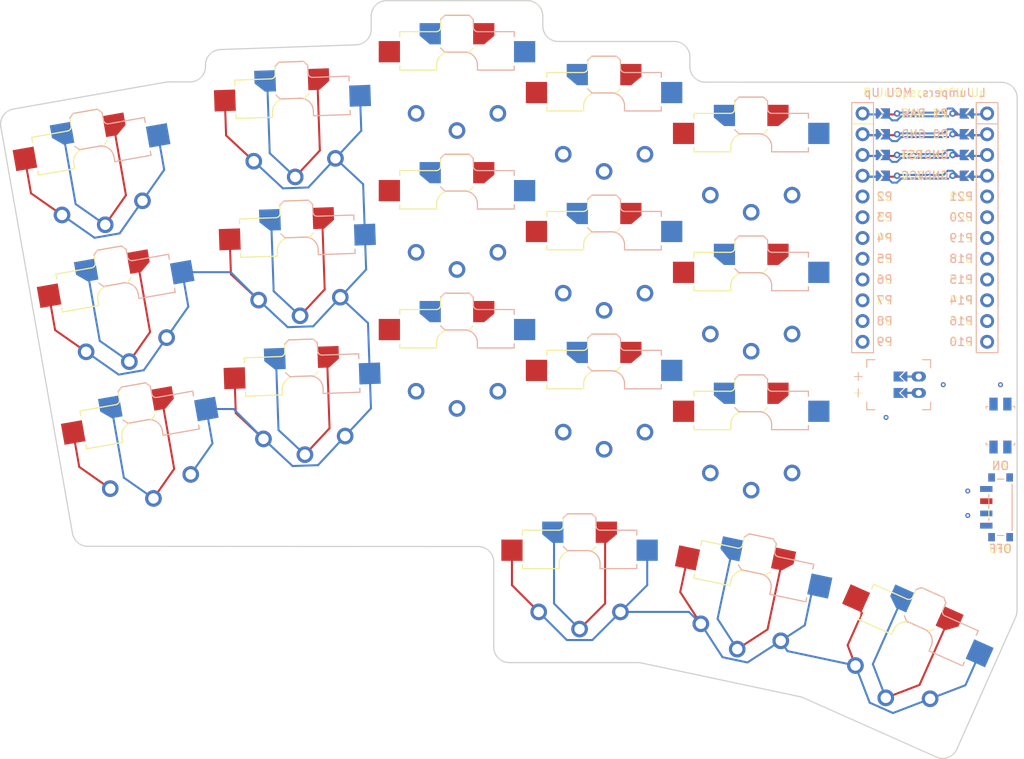
<source format=kicad_pcb>
(kicad_pcb (version 20240108) (generator "pcbnew") (generator_version "8.0")
  (title_block (title "splayer_pcb") (date "2024-05-04") (rev "v1.0.0") (company "Unknown"))
  (layers (0 "F.Cu" signal) (31 "B.Cu" signal) (34 "B.Paste" user) (35 "F.Paste" user) (36 "B.SilkS" user "B.Silkscreen") (37 "F.SilkS" user "F.Silkscreen") (38 "B.Mask" user) (39 "F.Mask" user) (44 "Edge.Cuts" user))
  (net 0 "")
  (net 1 "P16")
  (net 2 "GND")
  (net 3 "P15")
  (net 4 "P21")
  (net 5 "P14")
  (net 6 "P18")
  (net 7 "P0")
  (net 8 "P19")
  (net 9 "P20")
  (net 10 "P1")
  (net 11 "P6")
  (net 12 "P4")
  (net 13 "P2")
  (net 14 "P7")
  (net 15 "P5")
  (net 16 "P3")
  (net 17 "P9")
  (net 18 "P8")
  (net 19 "P10")
  (net 20 "RAW")
  (net 21 "RST")
  (net 22 "VCC")
  (net 23 "MCU1_24")
  (net 24 "MCU1_1")
  (net 25 "MCU1_23")
  (net 26 "MCU1_2")
  (net 27 "MCU1_22")
  (net 28 "MCU1_3")
  (net 29 "MCU1_21")
  (net 30 "MCU1_4")
  (net 31 "BAT_P")
  (net 32 "JST1_1")
  (net 33 "JST1_2")
  (footprint "ceoloide:mounting_hole_npth" (layer "F.Cu") (at 249.945273 159.363839 -12)
    (property "Reference" "MH7" (hide yes))
    (property "Value" "")
  )
  (footprint "VIA-0.6mm" (layer "F.Cu") (at 271.177069 128.871256)
    (property "Reference" "REF**" (hide yes))
    (property "Value" "VIA-0.6mm" (hide yes))
  )
  (footprint "VIA-0.6mm" (layer "F.Cu") (at 257.177068 132.871258)
    (property "Reference" "REF**" (hide yes))
    (property "Value" "VIA-0.6mm" (hide yes))
  )
  (footprint "VIA-0.6mm" (layer "F.Cu") (at 264.177065 128.87126)
    (property "Reference" "REF**" (hide yes))
    (property "Value" "VIA-0.6mm" (hide yes))
  )
  (footprint "ceoloide:mounting_hole_npth" (layer "F.Cu") (at 270.009549 151.566885 -24)
    (property "Reference" "MH1" (hide yes))
    (property "Value" "")
  )
  (footprint "VIA-0.6mm" (layer "F.Cu") (at 267.177069 144.871261)
    (property "Reference" "REF**" (hide yes))
    (property "Value" "VIA-0.6mm" (hide yes))
  )
  (footprint "ceoloide:mounting_hole_npth" (layer "F.Cu") (at 172.575657 101.380593 10)
    (property "Reference" "MH3" (hide yes))
    (property "Value" "")
  )
  (footprint "ceoloide:mounting_hole_npth" (layer "F.Cu") (at 174.847916 119.968409 10)
    (property "Reference" "MH5" (hide yes))
    (property "Value" "")
  )
  (footprint "ceoloide:mcu_nice_nano" (layer "F.Cu") (at 261.927 108.38)
    (property "Reference" "MCU1" (hide yes))
    (property "Value" "")
  )
  (footprint "ceoloide:mounting_hole_npth" (layer "F.Cu") (at 231.677068 105.37126)
    (property "Reference" "MH4" (hide yes))
    (property "Value" "")
  )
  (footprint "ceoloide:reset_button_smd_side" (layer "F.Cu") (at 271.177069 133.871257 -90)
    (property "Reference" "RST1" (hide yes))
    (property "Value" "")
  )
  (footprint "ceoloide:power_switch_smd_side" (layer "F.Cu") (at 271.177068 143.871257)
    (property "Reference" "PWR1" (hide yes))
    (property "Value" "")
  )
  (footprint "ceoloide:battery_connector_jst_ph_2" (layer "F.Cu") (at 261.177066 128.871254 -90)
    (property "Reference" "JST1" (hide yes))
    (property "Value" "")
  )
  (footprint "ceoloide:mounting_hole_npth" (layer "F.Cu") (at 204.677071 144.571258)
    (property "Reference" "MH6" (hide yes))
    (property "Value" "")
  )
  (footprint "ceoloide:mounting_hole_npth" (layer "F.Cu") (at 253.565733 144.245623 -24)
    (property "Reference" "MH2" (hide yes))
    (property "Value" "")
  )
  (footprint "VIA-0.6mm" (layer "F.Cu") (at 267.177067 141.871257)
    (property "Reference" "REF**" (hide yes))
    (property "Value" "VIA-0.6mm" (hide yes))
  )
  (footprint "ceoloide:switch_choc_v1_v2" (layer "B.Cu") (at 166.51428 136.973879 10)
    (property "Reference" "S1" (hide yes))
    (property "Value" "")
  )
  (footprint "ceoloide:switch_choc_v1_v2" (layer "B.Cu") (at 240.677068 101.871258)
    (property "Reference" "S15" (hide yes))
    (property "Value" "")
  )
  (footprint "ceoloide:switch_choc_v1_v2" (layer "B.Cu") (at 160.610243 103.490418 10)
    (property "Reference" "S3" (hide yes))
    (property "Value" "")
  )
  (footprint "ceoloide:switch_choc_v1_v2" (layer "B.Cu") (at 240.677065 135.871258)
    (property "Reference" "S13" (hide yes))
    (property "Value" "")
  )
  (footprint "ceoloide:switch_choc_v1_v2" (layer "B.Cu") (at 204.677069 108.871257)
    (property "Reference" "S8" (hide yes))
    (property "Value" "")
  )
  (footprint "ceoloide:switch_choc_v1_v2" (layer "B.Cu") (at 240.195688 155.451287 -12)
    (property "Reference" "S17" (hide yes))
    (property "Value" "")
  )
  (footprint "ceoloide:switch_choc_v1_v2" (layer "B.Cu") (at 185.269848 114.541658 2)
    (property "Reference" "S5" (hide yes))
    (property "Value" "")
  )
  (footprint "ceoloide:switch_choc_v1_v2" (layer "B.Cu") (at 204.677067 91.871259)
    (property "Reference" "S9" (hide yes))
    (property "Value" "")
  )
  (footprint "ceoloide:switch_choc_v1_v2" (layer "B.Cu") (at 240.67707 118.871259)
    (property "Reference" "S14" (hide yes))
    (property "Value" "")
  )
  (footprint "ceoloide:switch_choc_v1_v2" (layer "B.Cu") (at 204.677068 125.871256)
    (property "Reference" "S7" (hide yes))
    (property "Value" "")
  )
  (footprint "ceoloide:switch_choc_v1_v2" (layer "B.Cu") (at 222.67707 96.871257)
    (property "Reference" "S12" (hide yes))
    (property "Value" "")
  )
  (footprint "ceoloide:switch_choc_v1_v2" (layer "B.Cu") (at 163.562264 120.232149 10)
    (property "Reference" "S2" (hide yes))
    (property "Value" "")
  )
  (footprint "ceoloide:switch_choc_v1_v2" (layer "B.Cu") (at 222.677065 113.871259)
    (property "Reference" "S11" (hide yes))
    (property "Value" "")
  )
  (footprint "ceoloide:switch_choc_v1_v2" (layer "B.Cu") (at 259.544789 161.794724 -24)
    (property "Reference" "S18" (hide yes))
    (property "Value" "")
  )
  (footprint "ceoloide:switch_choc_v1_v2" (layer "B.Cu") (at 219.677067 152.871256)
    (property "Reference" "S16" (hide yes))
    (property "Value" "")
  )
  (footprint "ceoloide:switch_choc_v1_v2" (layer "B.Cu") (at 184.67656 97.552016 2)
    (property "Reference" "S6" (hide yes))
    (property "Value" "")
  )
  (footprint "ceoloide:switch_choc_v1_v2" (layer "B.Cu") (at 222.677068 130.871256)
    (property "Reference" "S10" (hide yes))
    (property "Value" "")
  )
  (footprint "ceoloide:switch_choc_v1_v2" (layer "B.Cu") (at 185.863139 131.531302 2)
    (property "Reference" "S4" (hide yes))
    (property "Value" "")
  )
  (gr_arc (start 213.277068 81.871256) (mid 214.620554 82.427753) (end 215.17707 83.771257) (stroke (width 0.15)) (layer "Edge.Cuts"))
  (gr_line (start 173.900266 89.823394) (end 173.901341 89.854126) (stroke (width 0.15)) (layer "Edge.Cuts"))
  (gr_line (start 227.201889 162.912778) (end 246.655131 167.047691) (stroke (width 0.15)) (layer "Edge.Cuts"))
  (gr_line (start 213.277068 81.871256) (end 196.077067 81.871258) (stroke (width 0.15)) (layer "Edge.Cuts"))
  (gr_arc (start 148.863212 97.33678) (mid 149.177971 95.917066) (end 150.404414 95.135716) (stroke (width 0.15)) (layer "Edge.Cuts"))
  (gr_arc (start 217.077066 86.871257) (mid 215.733547 86.314759) (end 215.17707 84.971258) (stroke (width 0.15)) (layer "Edge.Cuts"))
  (gr_line (start 194.177068 83.771258) (end 194.177068 85.379346) (stroke (width 0.15)) (layer "Edge.Cuts"))
  (gr_arc (start 235.076112 91.852103) (mid 233.733228 91.295264) (end 233.177068 89.952102) (stroke (width 0.15)) (layer "Edge.Cuts"))
  (gr_line (start 211.077069 162.871256) (end 226.806861 162.871256) (stroke (width 0.15)) (layer "Edge.Cuts"))
  (gr_arc (start 231.277068 86.871258) (mid 232.620551 87.427755) (end 233.177068 88.771257) (stroke (width 0.15)) (layer "Edge.Cuts"))
  (gr_line (start 209.177068 150.570293) (end 209.17707 160.971257) (stroke (width 0.15)) (layer "Edge.Cuts"))
  (gr_line (start 175.7328 87.858239) (end 192.343377 87.278189) (stroke (width 0.15)) (layer "Edge.Cuts"))
  (gr_line (start 169.380951 91.819119) (end 172.001545 91.820434) (stroke (width 0.15)) (layer "Edge.Cuts"))
  (gr_arc (start 211.077069 162.871256) (mid 209.733548 162.314759) (end 209.17707 160.971257) (stroke (width 0.15)) (layer "Edge.Cuts"))
  (gr_line (start 273.226406 93.770965) (end 273.204523 156.526495) (stroke (width 0.15)) (layer "Edge.Cuts"))
  (gr_line (start 217.077066 86.871257) (end 231.277068 86.871258) (stroke (width 0.15)) (layer "Edge.Cuts"))
  (gr_arc (start 207.27803 148.670295) (mid 208.620914 149.227128) (end 209.177068 150.570293) (stroke (width 0.15)) (layer "Edge.Cuts"))
  (gr_line (start 215.17707 84.971258) (end 215.17707 83.771257) (stroke (width 0.15)) (layer "Edge.Cuts"))
  (gr_arc (start 169.050067 91.847986) (mid 169.214877 91.826313) (end 169.380951 91.819119) (stroke (width 0.15)) (layer "Edge.Cuts"))
  (gr_arc (start 265.842447 173.465178) (mid 264.787623 174.466193) (end 263.333912 174.428114) (stroke (width 0.15)) (layer "Edge.Cuts"))
  (gr_line (start 233.177068 89.952102) (end 233.177068 88.771257) (stroke (width 0.15)) (layer "Edge.Cuts"))
  (gr_arc (start 226.806861 162.871256) (mid 227.005463 162.881665) (end 227.201889 162.912778) (stroke (width 0.15)) (layer "Edge.Cuts"))
  (gr_arc (start 194.177068 83.771258) (mid 194.733572 82.427766) (end 196.077067 81.871258) (stroke (width 0.15)) (layer "Edge.Cuts"))
  (gr_line (start 235.076112 91.852103) (end 271.32736 91.870302) (stroke (width 0.15)) (layer "Edge.Cuts"))
  (gr_arc (start 273.204523 156.526495) (mid 273.162953 156.921192) (end 273.04026 157.29863) (stroke (width 0.15)) (layer "Edge.Cuts"))
  (gr_line (start 148.863212 97.33678) (end 157.633577 147.076004) (stroke (width 0.15)) (layer "Edge.Cuts"))
  (gr_arc (start 246.655131 167.047691) (mid 246.847233 167.099161) (end 247.0329 167.170436) (stroke (width 0.15)) (layer "Edge.Cuts"))
  (gr_arc (start 159.503749 148.646071) (mid 158.283058 148.20125) (end 157.633577 147.076004) (stroke (width 0.15)) (layer "Edge.Cuts"))
  (gr_arc (start 173.901341 89.854126) (mid 173.368925 91.240629) (end 172.001545 91.820434) (stroke (width 0.15)) (layer "Edge.Cuts"))
  (gr_line (start 265.842447 173.465178) (end 273.04026 157.29863) (stroke (width 0.15)) (layer "Edge.Cuts"))
  (gr_arc (start 271.32736 91.870302) (mid 272.670491 92.427375) (end 273.226406 93.770965) (stroke (width 0.15)) (layer "Edge.Cuts"))
  (gr_arc (start 173.900266 89.823394) (mid 174.409537 88.461295) (end 175.7328 87.858239) (stroke (width 0.15)) (layer "Edge.Cuts"))
  (gr_arc (start 194.177068 85.379346) (mid 193.643826 86.699216) (end 192.343377 87.278189) (stroke (width 0.15)) (layer "Edge.Cuts"))
  (gr_line (start 207.27803 148.670295) (end 159.503749 148.646071) (stroke (width 0.15)) (layer "Edge.Cuts"))
  (gr_line (start 247.0329 167.170436) (end 263.333912 174.428114) (stroke (width 0.15)) (layer "Edge.Cuts"))
  (gr_line (start 169.050067 91.847986) (end 150.404414 95.135716) (stroke (width 0.15)) (layer "Edge.Cuts"))
  (segment (start 168.706318 130.545575) (end 168.584645 130.719341) (width 0.25) (layer "F.Cu") (net 1))
  (segment (start 168.584645 130.719341) (end 170.073679 139.164072) (width 0.25) (layer "F.Cu") (net 1))
  (segment (start 170.073679 139.164072) (end 167.538803 142.784247) (width 0.25) (layer "F.Cu") (net 1))
  (segment (start 162.255827 131.682973) (end 162.429596 131.804648) (width 0.25) (layer "B.Cu") (net 1))
  (segment (start 162.429596 131.804648) (end 163.91863 140.249374) (width 0.25) (layer "B.Cu") (net 1))
  (segment (start 163.91863 140.249374) (end 167.538803 142.784247) (width 0.25) (layer "B.Cu") (net 1))
  (segment (start 151.809777 101.234327) (end 152.552122 105.444378) (width 0.25) (layer "F.Cu") (net 2))
  (segment (start 177.018211 115.355131) (end 180.40551 118.513842) (width 0.25) (layer "F.Cu") (net 2))
  (segment (start 232.881185 150.062765) (end 231.99236 154.244344) (width 0.25) (layer "F.Cu") (net 2))
  (segment (start 211.402067 153.396256) (end 214.677067 156.671256) (width 0.25) (layer "F.Cu") (net 2))
  (segment (start 231.99236 154.244344) (end 234.514883 158.128689) (width 0.25) (layer "F.Cu") (net 2))
  (segment (start 176.869015 111.082736) (end 177.018211 115.355131) (width 0.25) (layer "F.Cu") (net 2))
  (segment (start 266.395 100.88) (end 265.02 100.88) (width 0.25) (layer "F.Cu") (net 2))
  (segment (start 252.476976 160.745995) (end 253.431464 163.232517) (width 0.25) (layer "F.Cu") (net 2))
  (segment (start 214.40207 93.361668) (end 215.01428 93.973884) (width 0.25) (layer "F.Cu") (net 2))
  (segment (start 254.215777 156.840589) (end 252.476976 160.745995) (width 0.25) (layer "F.Cu") (net 2))
  (segment (start 176.424923 98.365489) (end 179.812225 101.524199) (width 0.25) (layer "F.Cu") (net 2))
  (segment (start 177.462306 128.072379) (end 177.611503 132.344776) (width 0.25) (layer "F.Cu") (net 2))
  (segment (start 214.402067 93.121256) (end 214.40207 93.361668) (width 0.25) (layer "F.Cu") (net 2))
  (segment (start 211.402067 149.121256) (end 211.402067 153.396256) (width 0.25) (layer "F.Cu") (net 2))
  (segment (start 155.504143 122.186112) (end 159.298088 124.842659) (width 0.25) (layer "F.Cu") (net 2))
  (segment (start 158.456161 138.927842) (end 162.250105 141.584389) (width 0.25) (layer "F.Cu") (net 2))
  (segment (start 157.713814 134.717791) (end 158.456161 138.927842) (width 0.25) (layer "F.Cu") (net 2))
  (segment (start 266.395 103.42) (end 265.02 103.42) (width 0.25) (layer "F.Cu") (net 2))
  (segment (start 177.611503 132.344776) (end 180.998803 135.503486) (width 0.25) (layer "F.Cu") (net 2))
  (segment (start 154.761798 117.976061) (end 155.504143 122.186112) (width 0.25) (layer "F.Cu") (net 2))
  (segment (start 152.552122 105.444378) (end 156.346066 108.100926) (width 0.25) (layer "F.Cu") (net 2))
  (segment (start 256.845 98.34) (end 258.22 98.34) (width 0.25) (layer "F.Cu") (net 2))
  (segment (start 253.51046 155.003181) (end 254.215777 156.840589) (width 0.25) (layer "F.Cu") (net 2))
  (segment (start 176.275728 94.093094) (end 176.424923 98.365489) (width 0.25) (layer "F.Cu") (net 2))
  (segment (start 266.395 98.34) (end 266.045305 98.34) (width 0.25) (layer "B.Cu") (net 2))
  (segment (start 244.296357 160.207809) (end 245.112283 161.46422) (width 0.25) (layer "B.Cu") (net 2))
  (segment (start 193.408935 110.50515) (end 193.55813 114.777545) (width 0.25) (layer "B.Cu") (net 2))
  (segment (start 171.060366 115.102182) (end 171.802712 119.312235) (width 0.25) (layer "B.Cu") (net 2))
  (segment (start 168.850691 102.570502) (end 166.194144 106.364446) (width 0.25) (layer "B.Cu") (net 2))
  (segment (start 160.332316 110.892128) (end 156.346066 108.100926) (width 0.25) (layer "B.Cu") (net 2))
  (segment (start 174.012384 131.843913) (end 174.754729 136.053966) (width 0.25) (layer "B.Cu") (net 2))
  (segment (start 221.236067 160.112256) (end 224.677067 156.671256) (width 0.25) (layer "B.Cu") (net 2))
  (segment (start 187.673895 138.713483) (end 184.557796 138.8223) (width 0.25) (layer "B.Cu") (net 2))
  (segment (start 168.108346 98.360449) (end 168.850691 102.570502) (width 0.25) (layer "B.Cu") (net 2))
  (segment (start 257.919695 101.605) (end 258.520305 101.605) (width 0.25) (layer "B.Cu") (net 2))
  (segment (start 255.175393 167.775606) (end 253.431464 163.232517) (width 0.25) (layer "B.Cu") (net 2))
  (segment (start 257.919695 104.145) (end 258.520305 104.145) (width 0.25) (layer "B.Cu") (net 2))
  (segment (start 224.677067 156.671256) (end 233.057454 156.671256) (width 0.25) (layer "B.Cu") (net 2))
  (segment (start 180.40551 118.513842) (end 183.964504 121.832656) (width 0.25) (layer "B.Cu") (net 2))
  (segment (start 256.845 103.42) (end 257.194695 103.42) (width 0.25) (layer "B.Cu") (net 2))
  (segment (start 171.060367 115.102181) (end 176.993852 115.102181) (width 0.25) (layer "B.Cu") (net 2))
  (segment (start 218.118067 160.112256) (end 221.236067 160.112256) (width 0.25) (layer "B.Cu") (net 2))
  (segment (start 174.754729 136.053966) (end 172.098181 139.84791) (width 0.25) (layer "B.Cu") (net 2))
  (segment (start 259.015305 101.11) (end 264.79 101.11) (width 0.25) (layer "B.Cu") (net 2))
  (segment (start 176.993852 115.102181) (end 180.405512 118.513841) (width 0.25) (layer "B.Cu") (net 2))
  (segment (start 268.629639 161.734675) (end 266.890842 165.640082) (width 0.25) (layer "B.Cu") (net 2))
  (segment (start 257.194695 103.42) (end 257.919695 104.145) (width 0.25) (layer "B.Cu") (net 2))
  (segment (start 262.566914 167.299879) (end 258.02382 169.043809) (width 0.25) (layer "B.Cu") (net 2))
  (segment (start 256.845 100.88) (end 257.194695 100.88) (width 0.25) (layer "B.Cu") (net 2))
  (segment (start 163.284338 127.633862) (end 159.298088 124.842659) (width 0.25) (layer "B.Cu") (net 2))
  (segment (start 193.786719 121.323554) (end 190.399419 118.164846) (width 0.25) (layer "B.Cu") (net 2))
  (segment (start 163.402944 110.350694) (end 160.332316 110.892128) (width 0.25) (layer "B.Cu") (net 2))
  (segment (start 194.002225 127.494794) (end 193.786719 121.323554) (width 0.25) (layer "B.Cu") (net 2))
  (segment (start 214.677067 156.671256) (end 218.118067 160.112256) (width 0.25) (layer "B.Cu") (net 2))
  (segment (start 166.354963 127.092428) (end 163.284338 127.633862) (width 0.25) (layer "B.Cu") (net 2))
  (segment (start 240.215127 162.85819) (end 237.165267 162.209923) (width 0.25) (layer "B.Cu") (net 2))
  (segment (start 258.02382 169.043809) (end 255.175393 167.775606) (width 0.25) (layer "B.Cu") (net 2))
  (segment (start 194.002225 127.494794) (end 194.151419 131.767189) (width 0.25) (layer "B.Cu") (net 2))
  (segment (start 184.557796 138.8223) (end 180.998803 135.503486) (width 0.25) (layer "B.Cu") (net 2))
  (segment (start 257.194695 100.88) (end 257.919695 101.605) (width 0.25) (layer "B.Cu") (net 2))
  (segment (start 166.194144 106.364446) (end 163.402944 110.350694) (width 0.25) (layer "B.Cu") (net 2))
  (segment (start 189.806133 101.175204) (end 186.487317 104.734196) (width 0.25) (layer "B.Cu") (net 2))
  (segment (start 244.296357 160.207809) (end 240.215127 162.85819) (width 0.25) (layer "B.Cu") (net 2))
  (segment (start 259.015305 103.65) (end 264.79 103.65) (width 0.25) (layer "B.Cu") (net 2))
  (segment (start 192.815646 93.515507) (end 192.964842 97.787903) (width 0.25) (layer "B.Cu") (net 2))
  (segment (start 186.487317 104.734196) (end 183.371217 104.843014) (width 0.25) (layer "B.Cu") (net 2))
  (segment (start 194.151419 131.767189) (end 190.99271 135.154491) (width 0.25) (layer "B.Cu") (net 2))
  (segment (start 265.320305 97.615) (end 264.719695 97.615) (width 0.25) (layer "B.Cu") (net 2))
  (segment (start 190.99271 135.154491) (end 187.673895 138.713483) (width 0.25) (layer "B.Cu") (net 2))
  (segment (start 258.520305 101.605) (end 259.015305 101.11) (width 0.25) (layer "B.Cu") (net 2))
  (segment (start 227.952067 149.121256) (end 227.952067 153.396256) (width 0.25) (layer "B.Cu") (net 2))
  (segment (start 227.952067 153.396256) (end 224.677067 156.671256) (width 0.25) (layer "B.Cu") (net 2))
  (segment (start 258.520305 104.145) (end 259.015305 103.65) (width 0.25) (layer "B.Cu") (net 2))
  (segment (start 264.719695 97.615) (end 264.214695 98.12) (width 0.25) (layer "B.Cu") (net 2))
  (segment (start 249.069528 153.503706) (end 248.120682 154.119892) (width 0.25) (layer "B.Cu") (net 2))
  (segment (start 183.371217 104.843014) (end 179.812225 101.524199) (width 0.25) (layer "B.Cu") (net 2))
  (segment (start 187.080605 121.723839) (end 190.399419 118.164846) (width 0.25) (layer "B.Cu") (net 2))
  (segment (start 193.193429 104.333909) (end 189.806133 101.175204) (width 0.25) (layer "B.Cu") (net 2))
  (segment (start 192.964842 97.787903) (end 189.806133 101.175204) (width 0.25) (layer "B.Cu") (net 2))
  (segment (start 174.012383 131.843911) (end 177.339229 131.843911) (width 0.25) (layer "B.Cu") (net 2))
  (segment (start 266.045305 98.34) (end 265.320305 97.615) (width 0.25) (layer "B.Cu") (net 2))
  (segment (start 169.146165 123.106181) (end 166.354963 127.092428) (width 0.25) (layer "B.Cu") (net 2))
  (segment (start 183.964504 121.832656) (end 187.080605 121.723839) (width 0.25) (layer "B.Cu") (net 2))
  (segment (start 266.890842 165.640082) (end 262.566914 167.299879) (width 0.25) (layer "B.Cu") (net 2))
  (segment (start 193.55813 114.777545) (end 190.399419 118.164846) (width 0.25) (layer "B.Cu") (net 2))
  (segment (start 233.057454 156.671256) (end 234.514886 158.128688) (width 0.25) (layer "B.Cu") (net 2))
  (segment (start 248.120682 154.119892) (end 247.231857 158.301473) (width 0.25) (layer "B.Cu") (net 2))
  (segment (start 177.339229 131.843911) (end 180.998803 135.503485) (width 0.25) (layer "B.Cu") (net 2))
  (segment (start 171.802712 119.312235) (end 169.146165 123.106181) (width 0.25) (layer "B.Cu") (net 2))
  (segment (start 237.165267 162.209923) (end 234.514883 158.128689) (width 0.25) (layer "B.Cu") (net 2))
  (segment (start 264.214695 98.12) (end 258.44 98.12) (width 0.25) (layer "B.Cu") (net 2))
  (segment (start 247.231857 158.301473) (end 244.296357 160.207809) (width 0.25) (layer "B.Cu") (net 2))
  (segment (start 193.408935 110.50515) (end 193.193429 104.333909) (width 0.25) (layer "B.Cu") (net 2))
  (segment (start 245.112283 161.46422) (end 253.431464 163.232517) (width 0.25) (layer "B.Cu") (net 2))
  (segment (start 165.754301 113.803844) (end 165.632628 113.977612) (width 0.25) (layer "F.Cu") (net 3))
  (segment (start 167.121662 122.422341) (end 164.586789 126.042516) (width 0.25) (layer "F.Cu") (net 3))
  (segment (start 165.632628 113.977612) (end 167.121662 122.422341) (width 0.25) (layer "F.Cu") (net 3))
  (segment (start 159.47758 115.062918) (end 160.966612 123.507644) (width 0.25) (layer "B.Cu") (net 3))
  (segment (start 160.966612 123.507644) (end 164.586789 126.042516) (width 0.25) (layer "B.Cu") (net 3))
  (segment (start 159.303811 114.941243) (end 159.47758 115.062918) (width 0.25) (layer "B.Cu") (net 3))
  (segment (start 162.80228 97.062111) (end 162.680609 97.235879) (width 0.25) (layer "F.Cu") (net 4))
  (segment (start 162.680609 97.235879) (end 164.169641 105.680608) (width 0.25) (layer "F.Cu") (net 4))
  (segment (start 164.169641 105.680608) (end 161.634768 109.300784) (width 0.25) (layer "F.Cu") (net 4))
  (segment (start 158.014592 106.76591) (end 161.634768 109.300784) (width 0.25) (layer "B.Cu") (net 4))
  (segment (start 156.52556 98.321183) (end 158.014592 106.76591) (width 0.25) (layer "B.Cu") (net 4))
  (segment (start 156.35179 98.19951) (end 156.52556 98.321183) (width 0.25) (layer "B.Cu") (net 4))
  (segment (start 188.928491 125.470629) (end 188.783816 125.625774) (width 0.25) (layer "F.Cu") (net 5))
  (segment (start 189.08308 134.195551) (end 186.069044 137.427709) (width 0.25) (layer "F.Cu") (net 5))
  (segment (start 188.783816 125.625774) (end 189.08308 134.195551) (width 0.25) (layer "F.Cu") (net 5))
  (segment (start 182.382482 125.699223) (end 182.537625 125.843896) (width 0.25) (layer "B.Cu") (net 5))
  (segment (start 182.537625 125.843896) (end 182.836888 134.413674) (width 0.25) (layer "B.Cu") (net 5))
  (segment (start 182.836888 134.413674) (end 186.069044 137.427709) (width 0.25) (layer "B.Cu") (net 5))
  (segment (start 188.335198 108.480985) (end 188.190526 108.63613) (width 0.25) (layer "F.Cu") (net 6))
  (segment (start 188.48979 117.205907) (end 185.475753 120.438064) (width 0.25) (layer "F.Cu") (net 6))
  (segment (start 188.190526 108.63613) (end 188.48979 117.205907) (width 0.25) (layer "F.Cu") (net 6))
  (segment (start 181.78919 108.709579) (end 181.944335 108.854252) (width 0.25) (layer "B.Cu") (net 6))
  (segment (start 181.944335 108.854252) (end 182.243597 117.424029) (width 0.25) (layer "B.Cu") (net 6))
  (segment (start 182.243597 117.424029) (end 185.475753 120.438064) (width 0.25) (layer "B.Cu") (net 6))
  (segment (start 187.741914 91.491343) (end 187.597238 91.646488) (width 0.25) (layer "F.Cu") (net 7))
  (segment (start 266.395 98.34) (end 265.02 98.34) (width 0.25) (layer "F.Cu") (net 7))
  (segment (start 187.896501 100.216264) (end 184.882467 103.448422) (width 0.25) (layer "F.Cu") (net 7))
  (segment (start 187.597238 91.646488) (end 187.896501 100.216264) (width 0.25) (layer "F.Cu") (net 7))
  (segment (start 258.520305 99.065) (end 259.015305 98.57) (width 0.25) (layer "B.Cu") (net 7))
  (segment (start 257.919695 99.065) (end 258.520305 99.065) (width 0.25) (layer "B.Cu") (net 7))
  (segment (start 181.763557 100.539992) (end 184.882467 103.448422) (width 0.25) (layer "B.Cu") (net 7))
  (segment (start 259.015305 98.57) (end 264.79 98.57) (width 0.25) (layer "B.Cu") (net 7))
  (segment (start 181.195903 91.719937) (end 181.464295 91.970215) (width 0.25) (layer "B.Cu") (net 7))
  (segment (start 257.194695 98.34) (end 257.919695 99.065) (width 0.25) (layer "B.Cu") (net 7))
  (segment (start 181.464295 91.970215) (end 181.763557 100.539992) (width 0.25) (layer "B.Cu") (net 7))
  (segment (start 256.845 98.34) (end 257.194695 98.34) (width 0.25) (layer "B.Cu") (net 7))
  (segment (start 266.395 95.8) (end 265.02 95.8) (width 0.25) (layer "F.Cu") (net 10))
  (segment (start 257.919695 96.525) (end 258.520305 96.525) (width 0.25) (layer "B.Cu") (net 10))
  (segment (start 258.520305 96.525) (end 259.015305 96.03) (width 0.25) (layer "B.Cu") (net 10))
  (segment (start 257.194695 95.8) (end 257.919695 96.525) (width 0.25) (layer "B.Cu") (net 10))
  (segment (start 259.015305 96.03) (end 264.79 96.03) (width 0.25) (layer "B.Cu") (net 10))
  (segment (start 256.845 95.8) (end 257.194695 95.8) (width 0.25) (layer "B.Cu") (net 10))
  (segment (start 222.952067 146.921255) (end 222.802066 147.071256) (width 0.25) (layer "F.Cu") (net 17))
  (segment (start 222.802066 147.071256) (end 222.802066 155.646257) (width 0.25) (layer "F.Cu") (net 17))
  (segment (start 222.802066 155.646257) (end 219.677067 158.771256) (width 0.25) (layer "F.Cu") (net 17))
  (segment (start 216.552068 155.646257) (end 219.677067 158.771256) (width 0.25) (layer "B.Cu") (net 17))
  (segment (start 216.552068 147.071257) (end 216.552068 155.646257) (width 0.25) (layer "B.Cu") (net 17))
  (segment (start 216.402067 146.921256) (end 216.552068 147.071257) (width 0.25) (layer "B.Cu") (net 17))
  (segment (start 242.675442 158.815372) (end 238.969006 161.222362) (width 0.25) (layer "F.Cu") (net 18))
  (segment (start 244.636195 150.312222) (end 244.458285 150.427759) (width 0.25) (layer "F.Cu") (net 18))
  (segment (start 244.458285 150.427759) (end 242.675442 158.815372) (width 0.25) (layer "F.Cu") (net 18))
  (segment (start 236.562017 157.515924) (end 238.969006 161.222362) (width 0.25) (layer "B.Cu") (net 18))
  (segment (start 238.344863 149.128309) (end 236.562017 157.515924) (width 0.25) (layer "B.Cu") (net 18))
  (segment (start 238.229327 148.950397) (end 238.344863 149.128309) (width 0.25) (layer "B.Cu") (net 18))
  (segment (start 264.75869 157.767212) (end 261.270924 165.600866) (width 0.25) (layer "F.Cu") (net 19))
  (segment (start 264.956732 157.691189) (end 264.75869 157.767212) (width 0.25) (layer "F.Cu") (net 19))
  (segment (start 261.270924 165.600866) (end 257.14504 167.184644) (width 0.25) (layer "F.Cu") (net 19))
  (segment (start 255.561259 163.058761) (end 257.14504 167.184644) (width 0.25) (layer "B.Cu") (net 19))
  (segment (start 258.973009 155.027065) (end 259.049029 155.225105) (width 0.25) (layer "B.Cu") (net 19))
  (segment (start 259.049029 155.225105) (end 255.561259 163.058761) (width 0.25) (layer "B.Cu") (net 19))
  (segment (start 256.845 95.8) (end 258.22 95.8) (width 0.25) (layer "F.Cu") (net 20))
  (segment (start 266.045305 95.8) (end 265.320305 95.075) (width 0.25) (layer "B.Cu") (net 20))
  (segment (start 265.320305 95.075) (end 264.719695 95.075) (width 0.25) (layer "B.Cu") (net 20))
  (segment (start 266.395 95.8) (end 266.045305 95.8) (width 0.25) (layer "B.Cu") (net 20))
  (segment (start 264.719695 95.075) (end 264.214695 95.58) (width 0.25) (layer "B.Cu") (net 20))
  (segment (start 264.214695 95.58) (end 258.44 95.58) (width 0.25) (layer "B.Cu") (net 20))
  (segment (start 256.845 100.88) (end 258.22 100.88) (width 0.25) (layer "F.Cu") (net 21))
  (segment (start 264.214695 100.66) (end 258.44 100.66) (width 0.25) (layer "B.Cu") (net 21))
  (segment (start 266.045305 100.88) (end 265.320305 100.155) (width 0.25) (layer "B.Cu") (net 21))
  (segment (start 266.395 100.88) (end 266.045305 100.88) (width 0.25) (layer "B.Cu") (net 21))
  (segment (start 265.320305 100.155) (end 264.719695 100.155) (width 0.25) (layer "B.Cu") (net 21))
  (segment (start 264.719695 100.155) (end 264.214695 100.66) (width 0.25) (layer "B.Cu") (net 21))
  (segment (start 256.845 103.42) (end 258.22 103.42) (width 0.25) (layer "F.Cu") (net 22))
  (segment (start 265.320305 102.695) (end 264.719695 102.695) (width 0.25) (layer "B.Cu") (net 22))
  (segment (start 264.214695 103.2) (end 258.44 103.2) (width 0.25) (layer "B.Cu") (net 22))
  (segment (start 264.719695 102.695) (end 264.214695 103.2) (width 0.25) (layer "B.Cu") (net 22))
  (segment (start 266.395 103.42) (end 266.045305 103.42) (width 0.25) (layer "B.Cu") (net 22))
  (segment (start 266.045305 103.42) (end 265.320305 102.695) (width 0.25) (layer "B.Cu") (net 22))
  (segment (start 254 95.8) (end 256.12 95.8) (width 0.25) (layer "F.Cu") (net 23))
  (segment (start 254 95.8) (end 256.12 95.8) (width 0.25) (layer "B.Cu") (net 23))
  (segment (start 267.12 95.8) (end 269.24 95.8) (width 0.25) (layer "F.Cu") (net 24))
  (segment (start 269.24 95.8) (end 267.12 95.8) (width 0.25) (layer "B.Cu") (net 24))
  (segment (start 254 98.34) (end 256.12 98.34) (width 0.25) (layer "F.Cu") (net 25))
  (segment (start 254 98.34) (end 256.12 98.34) (width 0.25) (layer "B.Cu") (net 25))
  (segment (start 267.12 98.34) (end 269.24 98.34) (width 0.25) (layer "F.Cu") (net 26))
  (segment (start 269.24 98.34) (end 267.12 98.34) (width 0.25) (layer "B.Cu") (net 26))
  (segment (start 254 100.88) (end 256.12 100.88) (width 0.25) (layer "F.Cu") (net 27))
  (segment (start 254 100.88) (end 256.12 100.88) (width 0.25) (layer "B.Cu") (net 27))
  (segment (start 267.12 100.88) (end 269.24 100.88) (width 0.25) (layer "F.Cu") (net 28))
  (segment (start 269.24 100.88) (end 267.12 100.88) (width 0.25) (layer "B.Cu") (net 28))
  (segment (start 254 103.42) (end 256.12 103.42) (width 0.25) (layer "F.Cu") (net 29))
  (segment (start 254 103.42) (end 256.12 103.42) (width 0.25) (layer "B.Cu") (net 29))
  (segment (start 267.12 103.42) (end 269.24 103.42) (width 0.25) (layer "F.Cu") (net 30))
  (segment (start 269.24 103.42) (end 267.12 103.42) (width 0.25) (layer "B.Cu") (net 30))
  (segment (start 259.377071 127.871257) (end 261.177066 127.871258) (width 0.25) (layer "F.Cu") (net 32))
  (segment (start 259.377071 127.871257) (end 261.177066 127.871258) (width 0.25) (layer "B.Cu") (net 32))
  (segment (start 259.377072 129.871258) (end 261.177066 129.871255) (width 0.25) (layer "F.Cu") (net 33))
  (segment (start 259.377072 129.871258) (end 261.177066 129.871255) (width 0.25) (layer "B.Cu") (net 33))
)
</source>
